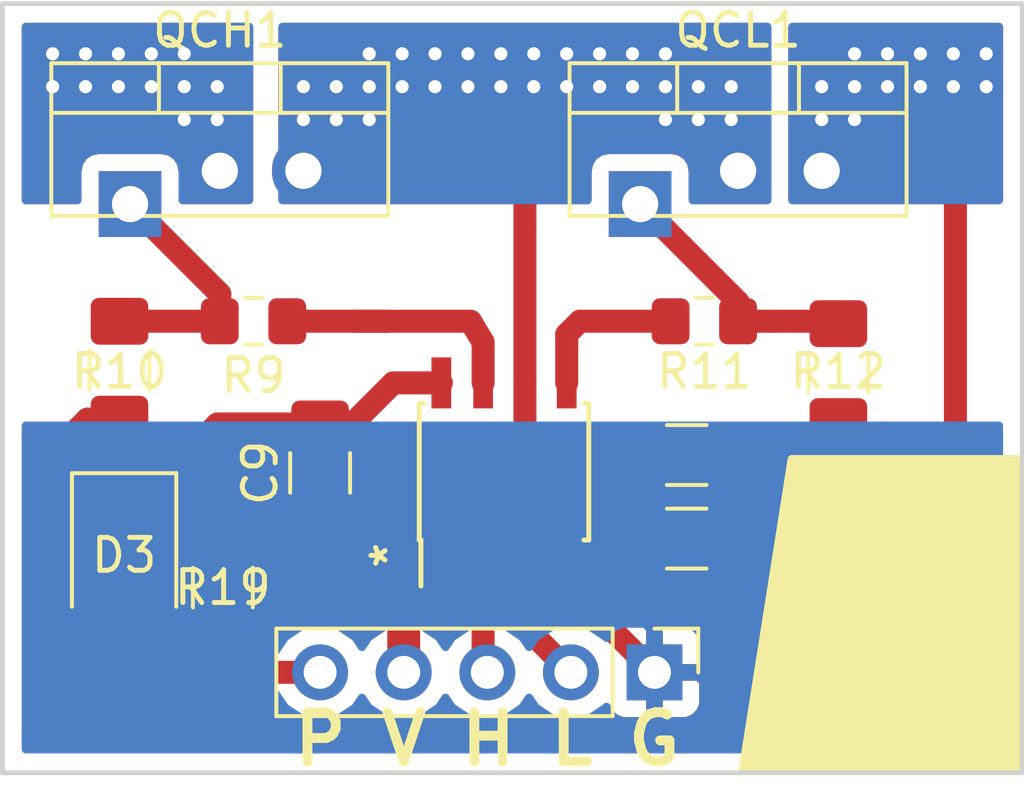
<source format=kicad_pcb>
(kicad_pcb (version 20171130) (host pcbnew "(5.0.1)-4")

  (general
    (thickness 1.6)
    (drawings 7)
    (tracks 119)
    (zones 0)
    (modules 13)
    (nets 13)
  )

  (page User 159.995 119.99)
  (layers
    (0 F.Cu signal)
    (31 B.Cu signal)
    (32 B.Adhes user)
    (33 F.Adhes user)
    (34 B.Paste user)
    (35 F.Paste user)
    (36 B.SilkS user)
    (37 F.SilkS user)
    (38 B.Mask user hide)
    (39 F.Mask user hide)
    (40 Dwgs.User user)
    (41 Cmts.User user)
    (42 Eco1.User user)
    (43 Eco2.User user)
    (44 Edge.Cuts user)
    (45 Margin user)
    (46 B.CrtYd user)
    (47 F.CrtYd user)
    (48 B.Fab user)
    (49 F.Fab user)
  )

  (setup
    (last_trace_width 0.7)
    (trace_clearance 0.2)
    (zone_clearance 0.508)
    (zone_45_only no)
    (trace_min 0.2)
    (segment_width 0.2)
    (edge_width 0.15)
    (via_size 0.8)
    (via_drill 0.4)
    (via_min_size 0.4)
    (via_min_drill 0.3)
    (uvia_size 0.3)
    (uvia_drill 0.1)
    (uvias_allowed no)
    (uvia_min_size 0.2)
    (uvia_min_drill 0.1)
    (pcb_text_width 0.3)
    (pcb_text_size 1.5 1.5)
    (mod_edge_width 0.15)
    (mod_text_size 1 1)
    (mod_text_width 0.15)
    (pad_size 1.905 2)
    (pad_drill 1.1)
    (pad_to_mask_clearance 0.051)
    (solder_mask_min_width 0.25)
    (aux_axis_origin 0 0)
    (visible_elements 7FFFFFFF)
    (pcbplotparams
      (layerselection 0x010fc_ffffffff)
      (usegerberextensions false)
      (usegerberattributes false)
      (usegerberadvancedattributes false)
      (creategerberjobfile false)
      (excludeedgelayer true)
      (linewidth 0.100000)
      (plotframeref false)
      (viasonmask false)
      (mode 1)
      (useauxorigin false)
      (hpglpennumber 1)
      (hpglpenspeed 20)
      (hpglpendiameter 15.000000)
      (psnegative false)
      (psa4output false)
      (plotreference true)
      (plotvalue true)
      (plotinvisibletext false)
      (padsonsilk false)
      (subtractmaskfromsilk false)
      (outputformat 1)
      (mirror false)
      (drillshape 1)
      (scaleselection 1)
      (outputdirectory ""))
  )

  (net 0 "")
  (net 1 GND)
  (net 2 +12V)
  (net 3 PHASE_C)
  (net 4 "Net-(C9-Pad2)")
  (net 5 VDD)
  (net 6 "Net-(R9-Pad1)")
  (net 7 "Net-(R11-Pad1)")
  (net 8 BEMF_C)
  (net 9 "Net-(QCL1-Pad1)")
  (net 10 "Net-(QCH1-Pad1)")
  (net 11 CL)
  (net 12 CH)

  (net_class Default "This is the default net class."
    (clearance 0.2)
    (trace_width 0.7)
    (via_dia 0.8)
    (via_drill 0.4)
    (uvia_dia 0.3)
    (uvia_drill 0.1)
    (add_net +12V)
    (add_net BEMF_C)
    (add_net CH)
    (add_net CL)
    (add_net GND)
    (add_net "Net-(C9-Pad2)")
    (add_net "Net-(QCH1-Pad1)")
    (add_net "Net-(QCL1-Pad1)")
    (add_net "Net-(R11-Pad1)")
    (add_net "Net-(R9-Pad1)")
    (add_net PHASE_C)
    (add_net VDD)
  )

  (module Package_SO:SOIC-8_3.9x4.9mm_P1.27mm (layer F.Cu) (tedit 5CC77D87) (tstamp 5CD23CF5)
    (at 34.544 32.512 90)
    (descr "8-Lead Plastic Small Outline (SN) - Narrow, 3.90 mm Body [SOIC] (see Microchip Packaging Specification http://ww1.microchip.com/downloads/en/PackagingSpec/00000049BQ.pdf)")
    (tags "SOIC 1.27")
    (path /5CC5DBC5)
    (attr smd)
    (fp_text reference * (at -2.54 -3.5 90) (layer F.SilkS)
      (effects (font (size 1 1) (thickness 0.15)))
    )
    (fp_text value IR2101 (at 0 3.5 90) (layer F.Fab)
      (effects (font (size 1 1) (thickness 0.15)))
    )
    (fp_line (start -2.075 -2.525) (end -3.475 -2.525) (layer F.SilkS) (width 0.15))
    (fp_line (start -2.075 2.575) (end 2.075 2.575) (layer F.SilkS) (width 0.15))
    (fp_line (start -2.075 -2.575) (end 2.075 -2.575) (layer F.SilkS) (width 0.15))
    (fp_line (start -2.075 2.575) (end -2.075 2.43) (layer F.SilkS) (width 0.15))
    (fp_line (start 2.075 2.575) (end 2.075 2.43) (layer F.SilkS) (width 0.15))
    (fp_line (start 2.075 -2.575) (end 2.075 -2.43) (layer F.SilkS) (width 0.15))
    (fp_line (start -2.075 -2.575) (end -2.075 -2.525) (layer F.SilkS) (width 0.15))
    (fp_line (start -3.73 2.7) (end 3.73 2.7) (layer F.CrtYd) (width 0.05))
    (fp_line (start -3.73 -2.7) (end 3.73 -2.7) (layer F.CrtYd) (width 0.05))
    (fp_line (start 3.73 -2.7) (end 3.73 2.7) (layer F.CrtYd) (width 0.05))
    (fp_line (start -3.73 -2.7) (end -3.73 2.7) (layer F.CrtYd) (width 0.05))
    (fp_line (start -1.95 -1.45) (end -0.95 -2.45) (layer F.Fab) (width 0.1))
    (fp_line (start -1.95 2.45) (end -1.95 -1.45) (layer F.Fab) (width 0.1))
    (fp_line (start 1.95 2.45) (end -1.95 2.45) (layer F.Fab) (width 0.1))
    (fp_line (start 1.95 -2.45) (end 1.95 2.45) (layer F.Fab) (width 0.1))
    (fp_line (start -0.95 -2.45) (end 1.95 -2.45) (layer F.Fab) (width 0.1))
    (fp_text user %R (at 0 0 90) (layer F.Fab)
      (effects (font (size 1 1) (thickness 0.15)))
    )
    (pad 8 smd rect (at 2.7 -1.905 90) (size 1.55 0.6) (layers F.Cu F.Paste F.Mask)
      (net 4 "Net-(C9-Pad2)"))
    (pad 7 smd rect (at 2.7 -0.635 90) (size 1.55 0.6) (layers F.Cu F.Paste F.Mask)
      (net 6 "Net-(R9-Pad1)"))
    (pad 6 smd rect (at 2.7 0.635 90) (size 1.55 0.6) (layers F.Cu F.Paste F.Mask)
      (net 3 PHASE_C))
    (pad 5 smd rect (at 2.7 1.905 90) (size 1.55 0.6) (layers F.Cu F.Paste F.Mask)
      (net 7 "Net-(R11-Pad1)"))
    (pad 4 smd rect (at -2.7 1.905 90) (size 1.55 0.6) (layers F.Cu F.Paste F.Mask)
      (net 1 GND))
    (pad 3 smd rect (at -2.7 0.635 90) (size 1.55 0.6) (layers F.Cu F.Paste F.Mask)
      (net 11 CL))
    (pad 2 smd rect (at -2.7 -0.635 90) (size 1.55 0.6) (layers F.Cu F.Paste F.Mask)
      (net 12 CH))
    (pad 1 smd rect (at -2.7 -1.905 90) (size 1.55 0.6) (layers F.Cu F.Paste F.Mask)
      (net 2 +12V))
    (model ${KISYS3DMOD}/Package_SO.3dshapes/SOIC-8_3.9x4.9mm_P1.27mm.wrl
      (at (xyz 0 0 0))
      (scale (xyz 1 1 1))
      (rotate (xyz 0 0 0))
    )
  )

  (module Resistor_SMD:R_0805_2012Metric_Pad1.15x1.40mm_HandSolder (layer F.Cu) (tedit 5B36C52B) (tstamp 5CD2311E)
    (at 40.631 27.94)
    (descr "Resistor SMD 0805 (2012 Metric), square (rectangular) end terminal, IPC_7351 nominal with elongated pad for handsoldering. (Body size source: https://docs.google.com/spreadsheets/d/1BsfQQcO9C6DZCsRaXUlFlo91Tg2WpOkGARC1WS5S8t0/edit?usp=sharing), generated with kicad-footprint-generator")
    (tags "resistor handsolder")
    (path /5CC5F1EB)
    (attr smd)
    (fp_text reference R11 (at 0.009 1.524) (layer F.SilkS)
      (effects (font (size 1 1) (thickness 0.15)))
    )
    (fp_text value 100R (at 0 1.65) (layer F.Fab)
      (effects (font (size 1 1) (thickness 0.15)))
    )
    (fp_line (start -1 0.6) (end -1 -0.6) (layer F.Fab) (width 0.1))
    (fp_line (start -1 -0.6) (end 1 -0.6) (layer F.Fab) (width 0.1))
    (fp_line (start 1 -0.6) (end 1 0.6) (layer F.Fab) (width 0.1))
    (fp_line (start 1 0.6) (end -1 0.6) (layer F.Fab) (width 0.1))
    (fp_line (start -0.261252 -0.71) (end 0.261252 -0.71) (layer F.SilkS) (width 0.12))
    (fp_line (start -0.261252 0.71) (end 0.261252 0.71) (layer F.SilkS) (width 0.12))
    (fp_line (start -1.85 0.95) (end -1.85 -0.95) (layer F.CrtYd) (width 0.05))
    (fp_line (start -1.85 -0.95) (end 1.85 -0.95) (layer F.CrtYd) (width 0.05))
    (fp_line (start 1.85 -0.95) (end 1.85 0.95) (layer F.CrtYd) (width 0.05))
    (fp_line (start 1.85 0.95) (end -1.85 0.95) (layer F.CrtYd) (width 0.05))
    (fp_text user %R (at 0 0) (layer F.Fab)
      (effects (font (size 0.5 0.5) (thickness 0.08)))
    )
    (pad 1 smd roundrect (at -1.025 0) (size 1.15 1.4) (layers F.Cu F.Paste F.Mask) (roundrect_rratio 0.217391)
      (net 7 "Net-(R11-Pad1)"))
    (pad 2 smd roundrect (at 1.025 0) (size 1.15 1.4) (layers F.Cu F.Paste F.Mask) (roundrect_rratio 0.217391)
      (net 9 "Net-(QCL1-Pad1)"))
    (model ${KISYS3DMOD}/Resistor_SMD.3dshapes/R_0805_2012Metric.wrl
      (at (xyz 0 0 0))
      (scale (xyz 1 1 1))
      (rotate (xyz 0 0 0))
    )
  )

  (module Capacitor_SMD:C_1206_3216Metric_Pad1.42x1.75mm_HandSolder (layer F.Cu) (tedit 5B301BBE) (tstamp 5CD22EFC)
    (at 28.956 32.5485 90)
    (descr "Capacitor SMD 1206 (3216 Metric), square (rectangular) end terminal, IPC_7351 nominal with elongated pad for handsoldering. (Body size source: http://www.tortai-tech.com/upload/download/2011102023233369053.pdf), generated with kicad-footprint-generator")
    (tags "capacitor handsolder")
    (path /5CC5DC02)
    (attr smd)
    (fp_text reference C9 (at 0 -1.82 90) (layer F.SilkS)
      (effects (font (size 1 1) (thickness 0.15)))
    )
    (fp_text value C (at 0 1.82 90) (layer F.Fab)
      (effects (font (size 1 1) (thickness 0.15)))
    )
    (fp_line (start -1.6 0.8) (end -1.6 -0.8) (layer F.Fab) (width 0.1))
    (fp_line (start -1.6 -0.8) (end 1.6 -0.8) (layer F.Fab) (width 0.1))
    (fp_line (start 1.6 -0.8) (end 1.6 0.8) (layer F.Fab) (width 0.1))
    (fp_line (start 1.6 0.8) (end -1.6 0.8) (layer F.Fab) (width 0.1))
    (fp_line (start -0.602064 -0.91) (end 0.602064 -0.91) (layer F.SilkS) (width 0.12))
    (fp_line (start -0.602064 0.91) (end 0.602064 0.91) (layer F.SilkS) (width 0.12))
    (fp_line (start -2.45 1.12) (end -2.45 -1.12) (layer F.CrtYd) (width 0.05))
    (fp_line (start -2.45 -1.12) (end 2.45 -1.12) (layer F.CrtYd) (width 0.05))
    (fp_line (start 2.45 -1.12) (end 2.45 1.12) (layer F.CrtYd) (width 0.05))
    (fp_line (start 2.45 1.12) (end -2.45 1.12) (layer F.CrtYd) (width 0.05))
    (fp_text user %R (at 0 0 90) (layer F.Fab)
      (effects (font (size 0.8 0.8) (thickness 0.12)))
    )
    (pad 1 smd roundrect (at -1.4875 0 90) (size 1.425 1.75) (layers F.Cu F.Paste F.Mask) (roundrect_rratio 0.175439)
      (net 3 PHASE_C))
    (pad 2 smd roundrect (at 1.4875 0 90) (size 1.425 1.75) (layers F.Cu F.Paste F.Mask) (roundrect_rratio 0.175439)
      (net 4 "Net-(C9-Pad2)"))
    (model ${KISYS3DMOD}/Capacitor_SMD.3dshapes/C_1206_3216Metric.wrl
      (at (xyz 0 0 0))
      (scale (xyz 1 1 1))
      (rotate (xyz 0 0 0))
    )
  )

  (module Capacitor_SMD:C_1206_3216Metric_Pad1.42x1.75mm_HandSolder (layer F.Cu) (tedit 5CC77DAC) (tstamp 5CDED575)
    (at 40.0955 34.544)
    (descr "Capacitor SMD 1206 (3216 Metric), square (rectangular) end terminal, IPC_7351 nominal with elongated pad for handsoldering. (Body size source: http://www.tortai-tech.com/upload/download/2011102023233369053.pdf), generated with kicad-footprint-generator")
    (tags "capacitor handsolder")
    (path /5CC5F190)
    (attr smd)
    (fp_text reference C6 (at 0 -4.064) (layer F.SilkS) hide
      (effects (font (size 1 1) (thickness 0.15)))
    )
    (fp_text value C (at 0 1.82) (layer F.Fab)
      (effects (font (size 1 1) (thickness 0.15)))
    )
    (fp_line (start -1.6 0.8) (end -1.6 -0.8) (layer F.Fab) (width 0.1))
    (fp_line (start -1.6 -0.8) (end 1.6 -0.8) (layer F.Fab) (width 0.1))
    (fp_line (start 1.6 -0.8) (end 1.6 0.8) (layer F.Fab) (width 0.1))
    (fp_line (start 1.6 0.8) (end -1.6 0.8) (layer F.Fab) (width 0.1))
    (fp_line (start -0.602064 -0.91) (end 0.602064 -0.91) (layer F.SilkS) (width 0.12))
    (fp_line (start -0.602064 0.91) (end 0.602064 0.91) (layer F.SilkS) (width 0.12))
    (fp_line (start -2.45 1.12) (end -2.45 -1.12) (layer F.CrtYd) (width 0.05))
    (fp_line (start -2.45 -1.12) (end 2.45 -1.12) (layer F.CrtYd) (width 0.05))
    (fp_line (start 2.45 -1.12) (end 2.45 1.12) (layer F.CrtYd) (width 0.05))
    (fp_line (start 2.45 1.12) (end -2.45 1.12) (layer F.CrtYd) (width 0.05))
    (fp_text user %R (at 0 0) (layer F.Fab)
      (effects (font (size 0.8 0.8) (thickness 0.12)))
    )
    (pad 1 smd roundrect (at -1.4875 0) (size 1.425 1.75) (layers F.Cu F.Paste F.Mask) (roundrect_rratio 0.175439)
      (net 2 +12V))
    (pad 2 smd roundrect (at 1.4875 0) (size 1.425 1.75) (layers F.Cu F.Paste F.Mask) (roundrect_rratio 0.175439)
      (net 1 GND))
    (model ${KISYS3DMOD}/Capacitor_SMD.3dshapes/C_1206_3216Metric.wrl
      (at (xyz 0 0 0))
      (scale (xyz 1 1 1))
      (rotate (xyz 0 0 0))
    )
  )

  (module Capacitor_SMD:C_1206_3216Metric_Pad1.42x1.75mm_HandSolder (layer F.Cu) (tedit 5CC77DA6) (tstamp 5CD25C9F)
    (at 40.0955 32.004 180)
    (descr "Capacitor SMD 1206 (3216 Metric), square (rectangular) end terminal, IPC_7351 nominal with elongated pad for handsoldering. (Body size source: http://www.tortai-tech.com/upload/download/2011102023233369053.pdf), generated with kicad-footprint-generator")
    (tags "capacitor handsolder")
    (path /5CC5DBE6)
    (attr smd)
    (fp_text reference C7 (at -0.0365 -1.524 180) (layer F.SilkS) hide
      (effects (font (size 1 1) (thickness 0.15)))
    )
    (fp_text value C (at 0 1.82 180) (layer F.Fab)
      (effects (font (size 1 1) (thickness 0.15)))
    )
    (fp_text user %R (at 0 0 180) (layer F.Fab)
      (effects (font (size 0.8 0.8) (thickness 0.12)))
    )
    (fp_line (start 2.45 1.12) (end -2.45 1.12) (layer F.CrtYd) (width 0.05))
    (fp_line (start 2.45 -1.12) (end 2.45 1.12) (layer F.CrtYd) (width 0.05))
    (fp_line (start -2.45 -1.12) (end 2.45 -1.12) (layer F.CrtYd) (width 0.05))
    (fp_line (start -2.45 1.12) (end -2.45 -1.12) (layer F.CrtYd) (width 0.05))
    (fp_line (start -0.602064 0.91) (end 0.602064 0.91) (layer F.SilkS) (width 0.12))
    (fp_line (start -0.602064 -0.91) (end 0.602064 -0.91) (layer F.SilkS) (width 0.12))
    (fp_line (start 1.6 0.8) (end -1.6 0.8) (layer F.Fab) (width 0.1))
    (fp_line (start 1.6 -0.8) (end 1.6 0.8) (layer F.Fab) (width 0.1))
    (fp_line (start -1.6 -0.8) (end 1.6 -0.8) (layer F.Fab) (width 0.1))
    (fp_line (start -1.6 0.8) (end -1.6 -0.8) (layer F.Fab) (width 0.1))
    (pad 2 smd roundrect (at 1.4875 0 180) (size 1.425 1.75) (layers F.Cu F.Paste F.Mask) (roundrect_rratio 0.175439)
      (net 2 +12V))
    (pad 1 smd roundrect (at -1.4875 0 180) (size 1.425 1.75) (layers F.Cu F.Paste F.Mask) (roundrect_rratio 0.175439)
      (net 1 GND))
    (model ${KISYS3DMOD}/Capacitor_SMD.3dshapes/C_1206_3216Metric.wrl
      (at (xyz 0 0 0))
      (scale (xyz 1 1 1))
      (rotate (xyz 0 0 0))
    )
  )

  (module Diode_SMD:D_1210_3225Metric_Pad1.42x2.65mm_HandSolder (layer F.Cu) (tedit 5CC74A27) (tstamp 5CD259EF)
    (at 23 35.0155 270)
    (descr "Diode SMD 1210 (3225 Metric), square (rectangular) end terminal, IPC_7351 nominal, (Body size source: http://www.tortai-tech.com/upload/download/2011102023233369053.pdf), generated with kicad-footprint-generator")
    (tags "diode handsolder")
    (path /5CC5DBF6)
    (attr smd)
    (fp_text reference D3 (at 0.0365 0) (layer F.SilkS)
      (effects (font (size 1 1) (thickness 0.15)))
    )
    (fp_text value D (at 0 2.28 270) (layer F.Fab)
      (effects (font (size 1 1) (thickness 0.15)))
    )
    (fp_line (start 1.6 -1.25) (end -0.975 -1.25) (layer F.Fab) (width 0.1))
    (fp_line (start -0.975 -1.25) (end -1.6 -0.625) (layer F.Fab) (width 0.1))
    (fp_line (start -1.6 -0.625) (end -1.6 1.25) (layer F.Fab) (width 0.1))
    (fp_line (start -1.6 1.25) (end 1.6 1.25) (layer F.Fab) (width 0.1))
    (fp_line (start 1.6 1.25) (end 1.6 -1.25) (layer F.Fab) (width 0.1))
    (fp_line (start 1.6 -1.585) (end -2.46 -1.585) (layer F.SilkS) (width 0.12))
    (fp_line (start -2.46 -1.585) (end -2.46 1.585) (layer F.SilkS) (width 0.12))
    (fp_line (start -2.46 1.585) (end 1.6 1.585) (layer F.SilkS) (width 0.12))
    (fp_line (start -2.45 1.58) (end -2.45 -1.58) (layer F.CrtYd) (width 0.05))
    (fp_line (start -2.45 -1.58) (end 2.45 -1.58) (layer F.CrtYd) (width 0.05))
    (fp_line (start 2.45 -1.58) (end 2.45 1.58) (layer F.CrtYd) (width 0.05))
    (fp_line (start 2.45 1.58) (end -2.45 1.58) (layer F.CrtYd) (width 0.05))
    (fp_text user %R (at 0 0 270) (layer F.Fab)
      (effects (font (size 0.8 0.8) (thickness 0.12)))
    )
    (pad 1 smd roundrect (at -1.4875 0 270) (size 1.425 2.65) (layers F.Cu F.Paste F.Mask) (roundrect_rratio 0.175439)
      (net 4 "Net-(C9-Pad2)"))
    (pad 2 smd roundrect (at 1.4875 0 270) (size 1.425 2.65) (layers F.Cu F.Paste F.Mask) (roundrect_rratio 0.175439)
      (net 2 +12V))
    (model ${KISYS3DMOD}/Diode_SMD.3dshapes/D_1210_3225Metric.wrl
      (at (xyz 0 0 0))
      (scale (xyz 1 1 1))
      (rotate (xyz 0 0 0))
    )
  )

  (module Package_TO_SOT_THT:TO-220-3_Vertical (layer F.Cu) (tedit 5CC77B10) (tstamp 5CD23049)
    (at 23.368 23.368)
    (descr "TO-220-3, Vertical, RM 2.54mm, see https://www.vishay.com/docs/66542/to-220-1.pdf")
    (tags "TO-220-3 Vertical RM 2.54mm")
    (path /5CC5F1C5)
    (fp_text reference QCH1 (at 2.54 -4.27) (layer F.SilkS)
      (effects (font (size 1 1) (thickness 0.15)))
    )
    (fp_text value IRF3205 (at 2.54 2.5) (layer F.Fab) hide
      (effects (font (size 1 1) (thickness 0.15)))
    )
    (fp_text user %R (at 2.54 -4.27) (layer F.Fab)
      (effects (font (size 1 1) (thickness 0.15)))
    )
    (fp_line (start 7.79 -3.4) (end -2.71 -3.4) (layer F.CrtYd) (width 0.05))
    (fp_line (start 7.79 1.51) (end 7.79 -3.4) (layer F.CrtYd) (width 0.05))
    (fp_line (start -2.71 1.51) (end 7.79 1.51) (layer F.CrtYd) (width 0.05))
    (fp_line (start -2.71 -3.4) (end -2.71 1.51) (layer F.CrtYd) (width 0.05))
    (fp_line (start 4.391 -3.27) (end 4.391 -1.76) (layer F.SilkS) (width 0.12))
    (fp_line (start 0.69 -3.27) (end 0.69 -1.76) (layer F.SilkS) (width 0.12))
    (fp_line (start -2.58 -1.76) (end 7.66 -1.76) (layer F.SilkS) (width 0.12))
    (fp_line (start 7.66 -3.27) (end 7.66 1.371) (layer F.SilkS) (width 0.12))
    (fp_line (start -2.58 -3.27) (end -2.58 1.371) (layer F.SilkS) (width 0.12))
    (fp_line (start -2.58 1.371) (end 7.66 1.371) (layer F.SilkS) (width 0.12))
    (fp_line (start -2.58 -3.27) (end 7.66 -3.27) (layer F.SilkS) (width 0.12))
    (fp_line (start 4.39 -3.15) (end 4.39 -1.88) (layer F.Fab) (width 0.1))
    (fp_line (start 0.69 -3.15) (end 0.69 -1.88) (layer F.Fab) (width 0.1))
    (fp_line (start -2.46 -1.88) (end 7.54 -1.88) (layer F.Fab) (width 0.1))
    (fp_line (start 7.54 -3.15) (end -2.46 -3.15) (layer F.Fab) (width 0.1))
    (fp_line (start 7.54 1.25) (end 7.54 -3.15) (layer F.Fab) (width 0.1))
    (fp_line (start -2.46 1.25) (end 7.54 1.25) (layer F.Fab) (width 0.1))
    (fp_line (start -2.46 -3.15) (end -2.46 1.25) (layer F.Fab) (width 0.1))
    (pad 3 thru_hole oval (at 5.08 0) (size 1.905 2) (drill 1.1) (layers *.Cu *.Mask)
      (net 3 PHASE_C))
    (pad 2 thru_hole oval (at 2.54 0) (size 1.905 2) (drill 1.1) (layers *.Cu *.Mask)
      (net 5 VDD))
    (pad 1 thru_hole rect (at -0.188 1.012) (size 1.905 2) (drill 1.1) (layers *.Cu *.Mask)
      (net 10 "Net-(QCH1-Pad1)"))
    (model ${KISYS3DMOD}/Package_TO_SOT_THT.3dshapes/TO-220-3_Vertical.wrl
      (at (xyz 0 0 0))
      (scale (xyz 1 1 1))
      (rotate (xyz 0 0 0))
    )
  )

  (module Package_TO_SOT_THT:TO-220-3_Vertical (layer F.Cu) (tedit 5CC77B1D) (tstamp 5CD23063)
    (at 39.116 23.368)
    (descr "TO-220-3, Vertical, RM 2.54mm, see https://www.vishay.com/docs/66542/to-220-1.pdf")
    (tags "TO-220-3 Vertical RM 2.54mm")
    (path /5CC5DC1B)
    (fp_text reference QCL1 (at 2.54 -4.27) (layer F.SilkS)
      (effects (font (size 1 1) (thickness 0.15)))
    )
    (fp_text value IRF3205 (at 2.54 2.5) (layer F.Fab) hide
      (effects (font (size 1 1) (thickness 0.15)))
    )
    (fp_text user %R (at 2.54 -4.27) (layer F.Fab)
      (effects (font (size 1 1) (thickness 0.15)))
    )
    (fp_line (start 7.79 -3.4) (end -2.71 -3.4) (layer F.CrtYd) (width 0.05))
    (fp_line (start 7.79 1.51) (end 7.79 -3.4) (layer F.CrtYd) (width 0.05))
    (fp_line (start -2.71 1.51) (end 7.79 1.51) (layer F.CrtYd) (width 0.05))
    (fp_line (start -2.71 -3.4) (end -2.71 1.51) (layer F.CrtYd) (width 0.05))
    (fp_line (start 4.391 -3.27) (end 4.391 -1.76) (layer F.SilkS) (width 0.12))
    (fp_line (start 0.69 -3.27) (end 0.69 -1.76) (layer F.SilkS) (width 0.12))
    (fp_line (start -2.58 -1.76) (end 7.66 -1.76) (layer F.SilkS) (width 0.12))
    (fp_line (start 7.66 -3.27) (end 7.66 1.371) (layer F.SilkS) (width 0.12))
    (fp_line (start -2.58 -3.27) (end -2.58 1.371) (layer F.SilkS) (width 0.12))
    (fp_line (start -2.58 1.371) (end 7.66 1.371) (layer F.SilkS) (width 0.12))
    (fp_line (start -2.58 -3.27) (end 7.66 -3.27) (layer F.SilkS) (width 0.12))
    (fp_line (start 4.39 -3.15) (end 4.39 -1.88) (layer F.Fab) (width 0.1))
    (fp_line (start 0.69 -3.15) (end 0.69 -1.88) (layer F.Fab) (width 0.1))
    (fp_line (start -2.46 -1.88) (end 7.54 -1.88) (layer F.Fab) (width 0.1))
    (fp_line (start 7.54 -3.15) (end -2.46 -3.15) (layer F.Fab) (width 0.1))
    (fp_line (start 7.54 1.25) (end 7.54 -3.15) (layer F.Fab) (width 0.1))
    (fp_line (start -2.46 1.25) (end 7.54 1.25) (layer F.Fab) (width 0.1))
    (fp_line (start -2.46 -3.15) (end -2.46 1.25) (layer F.Fab) (width 0.1))
    (pad 3 thru_hole oval (at 5.08 0) (size 1.905 2) (drill 1.1) (layers *.Cu *.Mask)
      (net 1 GND))
    (pad 2 thru_hole oval (at 2.54 0) (size 1.905 2) (drill 1.1) (layers *.Cu *.Mask)
      (net 3 PHASE_C))
    (pad 1 thru_hole rect (at -0.436 1.012) (size 1.905 2) (drill 1.1) (layers *.Cu *.Mask)
      (net 9 "Net-(QCL1-Pad1)"))
    (model ${KISYS3DMOD}/Package_TO_SOT_THT.3dshapes/TO-220-3_Vertical.wrl
      (at (xyz 0 0 0))
      (scale (xyz 1 1 1))
      (rotate (xyz 0 0 0))
    )
  )

  (module Resistor_SMD:R_0805_2012Metric_Pad1.15x1.40mm_HandSolder (layer F.Cu) (tedit 5CC77B18) (tstamp 5CD230FC)
    (at 26.933 27.94 180)
    (descr "Resistor SMD 0805 (2012 Metric), square (rectangular) end terminal, IPC_7351 nominal with elongated pad for handsoldering. (Body size source: https://docs.google.com/spreadsheets/d/1BsfQQcO9C6DZCsRaXUlFlo91Tg2WpOkGARC1WS5S8t0/edit?usp=sharing), generated with kicad-footprint-generator")
    (tags "resistor handsolder")
    (path /5CC5F1F2)
    (attr smd)
    (fp_text reference R9 (at 0 -1.65 180) (layer F.SilkS)
      (effects (font (size 1 1) (thickness 0.15)))
    )
    (fp_text value 100R (at 0 1.65 180) (layer F.Fab) hide
      (effects (font (size 1 1) (thickness 0.15)))
    )
    (fp_text user %R (at 0 0 180) (layer F.Fab)
      (effects (font (size 0.5 0.5) (thickness 0.08)))
    )
    (fp_line (start 1.85 0.95) (end -1.85 0.95) (layer F.CrtYd) (width 0.05))
    (fp_line (start 1.85 -0.95) (end 1.85 0.95) (layer F.CrtYd) (width 0.05))
    (fp_line (start -1.85 -0.95) (end 1.85 -0.95) (layer F.CrtYd) (width 0.05))
    (fp_line (start -1.85 0.95) (end -1.85 -0.95) (layer F.CrtYd) (width 0.05))
    (fp_line (start -0.261252 0.71) (end 0.261252 0.71) (layer F.SilkS) (width 0.12))
    (fp_line (start -0.261252 -0.71) (end 0.261252 -0.71) (layer F.SilkS) (width 0.12))
    (fp_line (start 1 0.6) (end -1 0.6) (layer F.Fab) (width 0.1))
    (fp_line (start 1 -0.6) (end 1 0.6) (layer F.Fab) (width 0.1))
    (fp_line (start -1 -0.6) (end 1 -0.6) (layer F.Fab) (width 0.1))
    (fp_line (start -1 0.6) (end -1 -0.6) (layer F.Fab) (width 0.1))
    (pad 2 smd roundrect (at 1.025 0 180) (size 1.15 1.4) (layers F.Cu F.Paste F.Mask) (roundrect_rratio 0.217391)
      (net 10 "Net-(QCH1-Pad1)"))
    (pad 1 smd roundrect (at -1.025 0 180) (size 1.15 1.4) (layers F.Cu F.Paste F.Mask) (roundrect_rratio 0.217391)
      (net 6 "Net-(R9-Pad1)"))
    (model ${KISYS3DMOD}/Resistor_SMD.3dshapes/R_0805_2012Metric.wrl
      (at (xyz 0 0 0))
      (scale (xyz 1 1 1))
      (rotate (xyz 0 0 0))
    )
  )

  (module Resistor_SMD:R_1206_3216Metric_Pad1.42x1.75mm_HandSolder (layer F.Cu) (tedit 5CC77B09) (tstamp 5CDEC327)
    (at 22.86 29.4275 270)
    (descr "Resistor SMD 1206 (3216 Metric), square (rectangular) end terminal, IPC_7351 nominal with elongated pad for handsoldering. (Body size source: http://www.tortai-tech.com/upload/download/2011102023233369053.pdf), generated with kicad-footprint-generator")
    (tags "resistor handsolder")
    (path /5CC5DC48)
    (attr smd)
    (fp_text reference R10 (at 0.0365 0) (layer F.SilkS)
      (effects (font (size 1 1) (thickness 0.15)))
    )
    (fp_text value 1200R (at 0 1.82 270) (layer F.Fab) hide
      (effects (font (size 1 1) (thickness 0.15)))
    )
    (fp_text user %R (at 0 0 270) (layer F.Fab)
      (effects (font (size 0.8 0.8) (thickness 0.12)))
    )
    (fp_line (start 2.45 1.12) (end -2.45 1.12) (layer F.CrtYd) (width 0.05))
    (fp_line (start 2.45 -1.12) (end 2.45 1.12) (layer F.CrtYd) (width 0.05))
    (fp_line (start -2.45 -1.12) (end 2.45 -1.12) (layer F.CrtYd) (width 0.05))
    (fp_line (start -2.45 1.12) (end -2.45 -1.12) (layer F.CrtYd) (width 0.05))
    (fp_line (start -0.602064 0.91) (end 0.602064 0.91) (layer F.SilkS) (width 0.12))
    (fp_line (start -0.602064 -0.91) (end 0.602064 -0.91) (layer F.SilkS) (width 0.12))
    (fp_line (start 1.6 0.8) (end -1.6 0.8) (layer F.Fab) (width 0.1))
    (fp_line (start 1.6 -0.8) (end 1.6 0.8) (layer F.Fab) (width 0.1))
    (fp_line (start -1.6 -0.8) (end 1.6 -0.8) (layer F.Fab) (width 0.1))
    (fp_line (start -1.6 0.8) (end -1.6 -0.8) (layer F.Fab) (width 0.1))
    (pad 2 smd roundrect (at 1.4875 0 270) (size 1.425 1.75) (layers F.Cu F.Paste F.Mask) (roundrect_rratio 0.175439)
      (net 1 GND))
    (pad 1 smd roundrect (at -1.4875 0 270) (size 1.425 1.75) (layers F.Cu F.Paste F.Mask) (roundrect_rratio 0.175439)
      (net 10 "Net-(QCH1-Pad1)"))
    (model ${KISYS3DMOD}/Resistor_SMD.3dshapes/R_1206_3216Metric.wrl
      (at (xyz 0 0 0))
      (scale (xyz 1 1 1))
      (rotate (xyz 0 0 0))
    )
  )

  (module Resistor_SMD:R_1206_3216Metric_Pad1.42x1.75mm_HandSolder (layer F.Cu) (tedit 5CC77B23) (tstamp 5CDEC337)
    (at 44.704 29.5005 90)
    (descr "Resistor SMD 1206 (3216 Metric), square (rectangular) end terminal, IPC_7351 nominal with elongated pad for handsoldering. (Body size source: http://www.tortai-tech.com/upload/download/2011102023233369053.pdf), generated with kicad-footprint-generator")
    (tags "resistor handsolder")
    (path /5CC5DC41)
    (attr smd)
    (fp_text reference R12 (at 0.0365 0 180) (layer F.SilkS)
      (effects (font (size 1 1) (thickness 0.15)))
    )
    (fp_text value 1200R (at 0 1.82 90) (layer F.Fab) hide
      (effects (font (size 1 1) (thickness 0.15)))
    )
    (fp_line (start -1.6 0.8) (end -1.6 -0.8) (layer F.Fab) (width 0.1))
    (fp_line (start -1.6 -0.8) (end 1.6 -0.8) (layer F.Fab) (width 0.1))
    (fp_line (start 1.6 -0.8) (end 1.6 0.8) (layer F.Fab) (width 0.1))
    (fp_line (start 1.6 0.8) (end -1.6 0.8) (layer F.Fab) (width 0.1))
    (fp_line (start -0.602064 -0.91) (end 0.602064 -0.91) (layer F.SilkS) (width 0.12))
    (fp_line (start -0.602064 0.91) (end 0.602064 0.91) (layer F.SilkS) (width 0.12))
    (fp_line (start -2.45 1.12) (end -2.45 -1.12) (layer F.CrtYd) (width 0.05))
    (fp_line (start -2.45 -1.12) (end 2.45 -1.12) (layer F.CrtYd) (width 0.05))
    (fp_line (start 2.45 -1.12) (end 2.45 1.12) (layer F.CrtYd) (width 0.05))
    (fp_line (start 2.45 1.12) (end -2.45 1.12) (layer F.CrtYd) (width 0.05))
    (fp_text user %R (at 0 0 90) (layer F.Fab)
      (effects (font (size 0.8 0.8) (thickness 0.12)))
    )
    (pad 1 smd roundrect (at -1.4875 0 90) (size 1.425 1.75) (layers F.Cu F.Paste F.Mask) (roundrect_rratio 0.175439)
      (net 1 GND))
    (pad 2 smd roundrect (at 1.4875 0 90) (size 1.425 1.75) (layers F.Cu F.Paste F.Mask) (roundrect_rratio 0.175439)
      (net 9 "Net-(QCL1-Pad1)"))
    (model ${KISYS3DMOD}/Resistor_SMD.3dshapes/R_1206_3216Metric.wrl
      (at (xyz 0 0 0))
      (scale (xyz 1 1 1))
      (rotate (xyz 0 0 0))
    )
  )

  (module Resistor_SMD:R_1206_3216Metric_Pad1.42x1.75mm_HandSolder (layer F.Cu) (tedit 5B301BBD) (tstamp 5CD41C3E)
    (at 26 36.0315 90)
    (descr "Resistor SMD 1206 (3216 Metric), square (rectangular) end terminal, IPC_7351 nominal with elongated pad for handsoldering. (Body size source: http://www.tortai-tech.com/upload/download/2011102023233369053.pdf), generated with kicad-footprint-generator")
    (tags "resistor handsolder")
    (path /5CCBFD2F)
    (attr smd)
    (fp_text reference R19 (at 0 0 180) (layer F.SilkS)
      (effects (font (size 1 1) (thickness 0.15)))
    )
    (fp_text value 100K (at 0 1.82 90) (layer F.Fab)
      (effects (font (size 1 1) (thickness 0.15)))
    )
    (fp_line (start -1.6 0.8) (end -1.6 -0.8) (layer F.Fab) (width 0.1))
    (fp_line (start -1.6 -0.8) (end 1.6 -0.8) (layer F.Fab) (width 0.1))
    (fp_line (start 1.6 -0.8) (end 1.6 0.8) (layer F.Fab) (width 0.1))
    (fp_line (start 1.6 0.8) (end -1.6 0.8) (layer F.Fab) (width 0.1))
    (fp_line (start -0.602064 -0.91) (end 0.602064 -0.91) (layer F.SilkS) (width 0.12))
    (fp_line (start -0.602064 0.91) (end 0.602064 0.91) (layer F.SilkS) (width 0.12))
    (fp_line (start -2.45 1.12) (end -2.45 -1.12) (layer F.CrtYd) (width 0.05))
    (fp_line (start -2.45 -1.12) (end 2.45 -1.12) (layer F.CrtYd) (width 0.05))
    (fp_line (start 2.45 -1.12) (end 2.45 1.12) (layer F.CrtYd) (width 0.05))
    (fp_line (start 2.45 1.12) (end -2.45 1.12) (layer F.CrtYd) (width 0.05))
    (fp_text user %R (at 0 0 90) (layer F.Fab)
      (effects (font (size 0.8 0.8) (thickness 0.12)))
    )
    (pad 1 smd roundrect (at -1.4875 0 90) (size 1.425 1.75) (layers F.Cu F.Paste F.Mask) (roundrect_rratio 0.175439)
      (net 8 BEMF_C))
    (pad 2 smd roundrect (at 1.4875 0 90) (size 1.425 1.75) (layers F.Cu F.Paste F.Mask) (roundrect_rratio 0.175439)
      (net 3 PHASE_C))
    (model ${KISYS3DMOD}/Resistor_SMD.3dshapes/R_1206_3216Metric.wrl
      (at (xyz 0 0 0))
      (scale (xyz 1 1 1))
      (rotate (xyz 0 0 0))
    )
  )

  (module Connector_PinHeader_2.54mm:PinHeader_1x05_P2.54mm_Vertical (layer F.Cu) (tedit 5CC77E6C) (tstamp 5CD42128)
    (at 39.116 38.608 270)
    (descr "Through hole straight pin header, 1x05, 2.54mm pitch, single row")
    (tags "Through hole pin header THT 1x05 2.54mm single row")
    (path /5CC80837)
    (fp_text reference J3 (at 0 -2.33 270) (layer F.SilkS) hide
      (effects (font (size 1 1) (thickness 0.15)))
    )
    (fp_text value PWR (at 0 12.49 270) (layer F.Fab)
      (effects (font (size 1 1) (thickness 0.15)))
    )
    (fp_line (start -0.635 -1.27) (end 1.27 -1.27) (layer F.Fab) (width 0.1))
    (fp_line (start 1.27 -1.27) (end 1.27 11.43) (layer F.Fab) (width 0.1))
    (fp_line (start 1.27 11.43) (end -1.27 11.43) (layer F.Fab) (width 0.1))
    (fp_line (start -1.27 11.43) (end -1.27 -0.635) (layer F.Fab) (width 0.1))
    (fp_line (start -1.27 -0.635) (end -0.635 -1.27) (layer F.Fab) (width 0.1))
    (fp_line (start -1.33 11.49) (end 1.33 11.49) (layer F.SilkS) (width 0.12))
    (fp_line (start -1.33 1.27) (end -1.33 11.49) (layer F.SilkS) (width 0.12))
    (fp_line (start 1.33 1.27) (end 1.33 11.49) (layer F.SilkS) (width 0.12))
    (fp_line (start -1.33 1.27) (end 1.33 1.27) (layer F.SilkS) (width 0.12))
    (fp_line (start -1.33 0) (end -1.33 -1.33) (layer F.SilkS) (width 0.12))
    (fp_line (start -1.33 -1.33) (end 0 -1.33) (layer F.SilkS) (width 0.12))
    (fp_line (start -1.8 -1.8) (end -1.8 11.95) (layer F.CrtYd) (width 0.05))
    (fp_line (start -1.8 11.95) (end 1.8 11.95) (layer F.CrtYd) (width 0.05))
    (fp_line (start 1.8 11.95) (end 1.8 -1.8) (layer F.CrtYd) (width 0.05))
    (fp_line (start 1.8 -1.8) (end -1.8 -1.8) (layer F.CrtYd) (width 0.05))
    (fp_text user %R (at 0 5.08) (layer F.Fab)
      (effects (font (size 1 1) (thickness 0.15)))
    )
    (pad 1 thru_hole rect (at 0 0 270) (size 1.7 1.7) (drill 1) (layers *.Cu *.Mask)
      (net 1 GND))
    (pad 2 thru_hole oval (at 0 2.54 270) (size 1.7 1.7) (drill 1) (layers *.Cu *.Mask)
      (net 11 CL))
    (pad 3 thru_hole oval (at 0 5.08 270) (size 1.7 1.7) (drill 1) (layers *.Cu *.Mask)
      (net 12 CH))
    (pad 4 thru_hole oval (at 0 7.62 270) (size 1.7 1.7) (drill 1) (layers *.Cu *.Mask)
      (net 2 +12V))
    (pad 5 thru_hole oval (at 0 10.16 270) (size 1.7 1.7) (drill 1) (layers *.Cu *.Mask)
      (net 8 BEMF_C))
    (model ${KISYS3DMOD}/Connector_PinHeader_2.54mm.3dshapes/PinHeader_1x05_P2.54mm_Vertical.wrl
      (at (xyz 0 0 0))
      (scale (xyz 1 1 1))
      (rotate (xyz 0 0 0))
    )
  )

  (gr_text "P V H L G" (at 34.036 40.64) (layer F.SilkS)
    (effects (font (size 1.5 1.5) (thickness 0.3)))
  )
  (gr_line (start 19.304 41.656) (end 19.304 40.64) (layer Edge.Cuts) (width 0.15))
  (gr_line (start 50.292 41.656) (end 50.292 40.64) (layer Edge.Cuts) (width 0.15))
  (gr_line (start 50.292 18.288) (end 19.304 18.288) (layer Edge.Cuts) (width 0.15))
  (gr_line (start 50.292 40.64) (end 50.292 18.288) (layer Edge.Cuts) (width 0.15))
  (gr_line (start 19.304 41.656) (end 50.292 41.656) (layer Edge.Cuts) (width 0.15))
  (gr_line (start 19.304 18.288) (end 19.304 40.64) (layer Edge.Cuts) (width 0.15))

  (via (at 20.828 19.812) (size 0.8) (drill 0.4) (layers F.Cu B.Cu) (net 5))
  (via (at 21.828 19.812) (size 0.8) (drill 0.4) (layers F.Cu B.Cu) (net 5) (tstamp 5CD43268))
  (via (at 22.828 19.812) (size 0.8) (drill 0.4) (layers F.Cu B.Cu) (net 5) (tstamp 5CD43269))
  (via (at 23.828 19.812) (size 0.8) (drill 0.4) (layers F.Cu B.Cu) (net 5) (tstamp 5CD4326A))
  (via (at 24.828 19.812) (size 0.8) (drill 0.4) (layers F.Cu B.Cu) (net 5) (tstamp 5CD4326B))
  (via (at 20.828 20.812) (size 0.8) (drill 0.4) (layers F.Cu B.Cu) (net 5) (tstamp 5CD4326D))
  (via (at 21.828 20.812) (size 0.8) (drill 0.4) (layers F.Cu B.Cu) (net 5) (tstamp 5CD4326E))
  (via (at 22.828 20.812) (size 0.8) (drill 0.4) (layers F.Cu B.Cu) (net 5) (tstamp 5CD4326F))
  (via (at 23.828 20.812) (size 0.8) (drill 0.4) (layers F.Cu B.Cu) (net 5) (tstamp 5CD43270))
  (via (at 24.828 20.812) (size 0.8) (drill 0.4) (layers F.Cu B.Cu) (net 5) (tstamp 5CD43271))
  (via (at 25.828 20.812) (size 0.8) (drill 0.4) (layers F.Cu B.Cu) (net 5) (tstamp 5CD43272))
  (via (at 24.828 21.812) (size 0.8) (drill 0.4) (layers F.Cu B.Cu) (net 5) (tstamp 5CD43277))
  (via (at 25.828 21.812) (size 0.8) (drill 0.4) (layers F.Cu B.Cu) (net 5) (tstamp 5CD43278))
  (via (at 45.196 19.812) (size 0.8) (drill 0.4) (layers F.Cu B.Cu) (net 1) (tstamp 5CD43348))
  (via (at 46.196 19.812) (size 0.8) (drill 0.4) (layers F.Cu B.Cu) (net 1) (tstamp 5CD43349))
  (via (at 47.196 19.812) (size 0.8) (drill 0.4) (layers F.Cu B.Cu) (net 1) (tstamp 5CD4334A))
  (via (at 48.196 19.812) (size 0.8) (drill 0.4) (layers F.Cu B.Cu) (net 1) (tstamp 5CD4334B))
  (via (at 49.196 19.812) (size 0.8) (drill 0.4) (layers F.Cu B.Cu) (net 1) (tstamp 5CD4334C))
  (via (at 44.196 20.812) (size 0.8) (drill 0.4) (layers F.Cu B.Cu) (net 1) (tstamp 5CD4334D))
  (via (at 45.196 20.812) (size 0.8) (drill 0.4) (layers F.Cu B.Cu) (net 1) (tstamp 5CD4334E))
  (via (at 46.196 20.812) (size 0.8) (drill 0.4) (layers F.Cu B.Cu) (net 1) (tstamp 5CD4334F))
  (via (at 47.196 20.812) (size 0.8) (drill 0.4) (layers F.Cu B.Cu) (net 1) (tstamp 5CD43350))
  (via (at 48.196 20.812) (size 0.8) (drill 0.4) (layers F.Cu B.Cu) (net 1) (tstamp 5CD43351))
  (via (at 49.196 20.812) (size 0.8) (drill 0.4) (layers F.Cu B.Cu) (net 1) (tstamp 5CD43352))
  (via (at 44.196 21.812) (size 0.8) (drill 0.4) (layers F.Cu B.Cu) (net 1) (tstamp 5CD43353))
  (via (at 45.196 21.812) (size 0.8) (drill 0.4) (layers F.Cu B.Cu) (net 1) (tstamp 5CD43354))
  (segment (start 48.26 22.86) (end 48.26 32.004) (width 0.7) (layer F.Cu) (net 1))
  (segment (start 36.449 35.941) (end 39.116 38.608) (width 0.7) (layer F.Cu) (net 1))
  (segment (start 36.449 35.212) (end 36.449 35.941) (width 0.7) (layer F.Cu) (net 1))
  (segment (start 46.228 23.368) (end 44.196 23.368) (width 0.7) (layer F.Cu) (net 1))
  (segment (start 21.885 30.915) (end 21.304 31.496) (width 0.7) (layer F.Cu) (net 1))
  (segment (start 22.86 30.915) (end 21.885 30.915) (width 0.7) (layer F.Cu) (net 1))
  (segment (start 21.304 31.496) (end 20.828 31.496) (width 0.7) (layer F.Cu) (net 1))
  (segment (start 30.48 36.068) (end 31.639 35.212) (width 0.7) (layer F.Cu) (net 2))
  (segment (start 26.04 36.068) (end 26.416 36.068) (width 0.7) (layer F.Cu) (net 2))
  (segment (start 26.416 36.068) (end 30.48 36.068) (width 0.7) (layer F.Cu) (net 2))
  (segment (start 31.496 35.355) (end 31.496 38.608) (width 1) (layer F.Cu) (net 2))
  (segment (start 31.639 35.212) (end 31.496 35.355) (width 1) (layer F.Cu) (net 2))
  (segment (start 31.639 35.212) (end 31.639 34.401) (width 1) (layer F.Cu) (net 2))
  (segment (start 33.25 33.25) (end 38.5 33.25) (width 1) (layer F.Cu) (net 2))
  (segment (start 38.608 32.004) (end 38.608 33.02) (width 0.7) (layer F.Cu) (net 2))
  (segment (start 38.608 33.02) (end 38.608 34.544) (width 1) (layer F.Cu) (net 2))
  (segment (start 23 36.503) (end 23.368 36.503) (width 0.7) (layer F.Cu) (net 2))
  (segment (start 26.416 36.068) (end 25.228 36.068) (width 0.7) (layer F.Cu) (net 2))
  (segment (start 25.228 36.068) (end 23 36.503) (width 0.7) (layer F.Cu) (net 2))
  (segment (start 32.099 34.401) (end 33.25 33.25) (width 0.7) (layer F.Cu) (net 2))
  (segment (start 31.639 34.401) (end 32.099 34.401) (width 0.7) (layer F.Cu) (net 2))
  (segment (start 41.656 21.668) (end 41.656 23.368) (width 0.7) (layer F.Cu) (net 3) (status 20))
  (segment (start 40.816 20.828) (end 41.656 21.668) (width 0.7) (layer F.Cu) (net 3))
  (segment (start 30.1005 23.368) (end 32.6405 20.828) (width 0.7) (layer F.Cu) (net 3))
  (segment (start 28.448 23.368) (end 30.1005 23.368) (width 0.7) (layer F.Cu) (net 3) (status 10))
  (segment (start 32.6405 20.828) (end 34.544 20.828) (width 0.7) (layer F.Cu) (net 3))
  (segment (start 34.544 20.828) (end 35.052 20.828) (width 0.7) (layer F.Cu) (net 3))
  (segment (start 31.496 31.496) (end 28.956 34.036) (width 0.7) (layer F.Cu) (net 3) (status 20))
  (segment (start 35.052 31.496) (end 31.496 31.496) (width 0.7) (layer F.Cu) (net 3))
  (segment (start 35.179 31.369) (end 35.052 31.496) (width 0.7) (layer F.Cu) (net 3))
  (segment (start 35.179 29.812) (end 35.179 31.369) (width 0.7) (layer F.Cu) (net 3) (status 10))
  (segment (start 35.179 29.812) (end 35.179 25.019) (width 0.7) (layer F.Cu) (net 3) (status 10))
  (segment (start 35.179 25.019) (end 35.179 24.003) (width 0.7) (layer F.Cu) (net 3))
  (segment (start 28.448 34.544) (end 28.956 34.036) (width 0.7) (layer F.Cu) (net 3))
  (segment (start 26.416 34.544) (end 28.448 34.544) (width 0.7) (layer F.Cu) (net 3))
  (via (at 30.448 19.812) (size 0.8) (drill 0.4) (layers F.Cu B.Cu) (net 3) (tstamp 5CD430FA))
  (via (at 31.448 19.812) (size 0.8) (drill 0.4) (layers F.Cu B.Cu) (net 3) (tstamp 5CD430FB))
  (via (at 32.448 19.812) (size 0.8) (drill 0.4) (layers F.Cu B.Cu) (net 3) (tstamp 5CD430FC))
  (via (at 33.448 19.812) (size 0.8) (drill 0.4) (layers F.Cu B.Cu) (net 3) (tstamp 5CD430FD))
  (via (at 34.448 19.812) (size 0.8) (drill 0.4) (layers F.Cu B.Cu) (net 3) (tstamp 5CD430FE))
  (via (at 35.448 19.812) (size 0.8) (drill 0.4) (layers F.Cu B.Cu) (net 3) (tstamp 5CD430FF))
  (via (at 36.448 19.812) (size 0.8) (drill 0.4) (layers F.Cu B.Cu) (net 3) (tstamp 5CD43100))
  (via (at 37.448 19.812) (size 0.8) (drill 0.4) (layers F.Cu B.Cu) (net 3) (tstamp 5CD43101))
  (via (at 38.448 19.812) (size 0.8) (drill 0.4) (layers F.Cu B.Cu) (net 3) (tstamp 5CD43102))
  (via (at 39.448 19.812) (size 0.8) (drill 0.4) (layers F.Cu B.Cu) (net 3) (tstamp 5CD43103))
  (via (at 28.448 20.812) (size 0.8) (drill 0.4) (layers F.Cu B.Cu) (net 3) (tstamp 5CD43106))
  (via (at 29.448 20.812) (size 0.8) (drill 0.4) (layers F.Cu B.Cu) (net 3) (tstamp 5CD43107))
  (via (at 30.448 20.812) (size 0.8) (drill 0.4) (layers F.Cu B.Cu) (net 3) (tstamp 5CD43108))
  (via (at 31.448 20.812) (size 0.8) (drill 0.4) (layers F.Cu B.Cu) (net 3) (tstamp 5CD43109))
  (via (at 32.448 20.812) (size 0.8) (drill 0.4) (layers F.Cu B.Cu) (net 3) (tstamp 5CD4310A))
  (via (at 33.448 20.812) (size 0.8) (drill 0.4) (layers F.Cu B.Cu) (net 3) (tstamp 5CD4310B))
  (via (at 34.448 20.812) (size 0.8) (drill 0.4) (layers F.Cu B.Cu) (net 3) (tstamp 5CD4310C))
  (via (at 35.448 20.812) (size 0.8) (drill 0.4) (layers F.Cu B.Cu) (net 3) (tstamp 5CD4310D))
  (via (at 36.448 20.812) (size 0.8) (drill 0.4) (layers F.Cu B.Cu) (net 3) (tstamp 5CD4310E))
  (via (at 37.448 20.812) (size 0.8) (drill 0.4) (layers F.Cu B.Cu) (net 3) (tstamp 5CD4310F))
  (via (at 38.448 20.812) (size 0.8) (drill 0.4) (layers F.Cu B.Cu) (net 3) (tstamp 5CD43110))
  (via (at 39.448 20.812) (size 0.8) (drill 0.4) (layers F.Cu B.Cu) (net 3) (tstamp 5CD43111))
  (via (at 40.448 20.812) (size 0.8) (drill 0.4) (layers F.Cu B.Cu) (net 3) (tstamp 5CD43112))
  (via (at 41.448 20.812) (size 0.8) (drill 0.4) (layers F.Cu B.Cu) (net 3) (tstamp 5CD43113))
  (via (at 28.448 21.812) (size 0.8) (drill 0.4) (layers F.Cu B.Cu) (net 3) (tstamp 5CD43114))
  (via (at 29.448 21.812) (size 0.8) (drill 0.4) (layers F.Cu B.Cu) (net 3) (tstamp 5CD43115))
  (via (at 30.448 21.812) (size 0.8) (drill 0.4) (layers F.Cu B.Cu) (net 3) (tstamp 5CD43116))
  (via (at 39.448 21.812) (size 0.8) (drill 0.4) (layers F.Cu B.Cu) (net 3) (tstamp 5CD4311F))
  (via (at 40.448 21.812) (size 0.8) (drill 0.4) (layers F.Cu B.Cu) (net 3) (tstamp 5CD43120))
  (via (at 41.448 21.812) (size 0.8) (drill 0.4) (layers F.Cu B.Cu) (net 3) (tstamp 5CD43121))
  (segment (start 31.18 29.812) (end 32.639 29.812) (width 0.7) (layer F.Cu) (net 4) (status 20))
  (segment (start 28.956 31.061) (end 29.931 31.061) (width 0.7) (layer F.Cu) (net 4) (status 10))
  (segment (start 29.931 31.061) (end 31.18 29.812) (width 0.7) (layer F.Cu) (net 4))
  (segment (start 25.835 31.061) (end 28.956 31.061) (width 0.7) (layer F.Cu) (net 4))
  (segment (start 23.368 33.528) (end 25.835 31.061) (width 0.7) (layer F.Cu) (net 4))
  (segment (start 33.909 28.575) (end 33.909 29.812) (width 0.7) (layer F.Cu) (net 6) (status 20))
  (segment (start 33.528 27.94) (end 33.909 28.575) (width 0.7) (layer F.Cu) (net 6))
  (segment (start 27.958 27.94) (end 30.988 27.94) (width 0.7) (layer F.Cu) (net 6))
  (segment (start 29.99 27.94) (end 30.988 27.94) (width 0.7) (layer F.Cu) (net 6))
  (segment (start 30.988 27.94) (end 33.528 27.94) (width 0.7) (layer F.Cu) (net 6))
  (segment (start 36.449 28.337) (end 36.449 29.812) (width 0.7) (layer F.Cu) (net 7) (status 20))
  (segment (start 36.846 27.94) (end 36.449 28.337) (width 0.7) (layer F.Cu) (net 7))
  (segment (start 39.606 27.94) (end 36.846 27.94) (width 0.7) (layer F.Cu) (net 7) (status 10))
  (segment (start 27.089 38.608) (end 26 37.519) (width 0.7) (layer F.Cu) (net 8))
  (segment (start 28.956 38.608) (end 27.089 38.608) (width 0.7) (layer F.Cu) (net 8))
  (segment (start 39.116 24.816) (end 38.68 24.38) (width 0.7) (layer F.Cu) (net 9) (status 30))
  (segment (start 44.123 27.94) (end 44.196 28.013) (width 0.7) (layer F.Cu) (net 9) (status 30))
  (segment (start 41.656 27.94) (end 42.672 27.94) (width 0.7) (layer F.Cu) (net 9) (status 10))
  (segment (start 42.672 27.94) (end 44.123 27.94) (width 0.7) (layer F.Cu) (net 9) (status 20))
  (segment (start 41.656 27.356) (end 38.68 24.38) (width 0.7) (layer F.Cu) (net 9))
  (segment (start 41.656 27.94) (end 41.656 27.356) (width 0.7) (layer F.Cu) (net 9))
  (segment (start 25.908 27.108) (end 23.18 24.38) (width 0.7) (layer F.Cu) (net 10))
  (segment (start 25.908 27.94) (end 25.908 27.108) (width 0.7) (layer F.Cu) (net 10))
  (segment (start 25.908 27.94) (end 22.86 27.94) (width 0.7) (layer F.Cu) (net 10))
  (segment (start 35.179 37.211) (end 36.576 38.608) (width 0.7) (layer F.Cu) (net 11))
  (segment (start 35.179 35.212) (end 35.179 37.211) (width 0.7) (layer F.Cu) (net 11))
  (segment (start 33.909 38.481) (end 34.036 38.608) (width 0.7) (layer F.Cu) (net 12))
  (segment (start 33.909 35.212) (end 33.909 38.481) (width 0.7) (layer F.Cu) (net 12))

  (zone (net 3) (net_name PHASE_C) (layer F.Cu) (tstamp 0) (hatch edge 0.508)
    (connect_pads yes (clearance 0.508))
    (min_thickness 0.254)
    (fill yes (arc_segments 16) (thermal_gap 0.508) (thermal_bridge_width 0.508))
    (polygon
      (pts
        (xy 27.686 24.384) (xy 27.686 18.288) (xy 42.672 18.288) (xy 42.672 24.384) (xy 39.624 24.384)
        (xy 39.624 22.86) (xy 38.1 22.86) (xy 38.1 24.384)
      )
    )
    (filled_polygon
      (pts
        (xy 42.545 24.257) (xy 40.27994 24.257) (xy 40.27994 23.38) (xy 40.230657 23.132235) (xy 40.090309 22.922191)
        (xy 39.880265 22.781843) (xy 39.6325 22.73256) (xy 37.7275 22.73256) (xy 37.479735 22.781843) (xy 37.269691 22.922191)
        (xy 37.129343 23.132235) (xy 37.08006 23.38) (xy 37.08006 24.257) (xy 27.813 24.257) (xy 27.813 18.998)
        (xy 42.545 18.998)
      )
    )
  )
  (zone (net 1) (net_name GND) (layer F.Cu) (tstamp 0) (hatch edge 0.508)
    (connect_pads yes (clearance 0.508))
    (min_thickness 0.254)
    (fill yes (arc_segments 16) (thermal_gap 0.508) (thermal_bridge_width 0.508))
    (polygon
      (pts
        (xy 43.18 24.384) (xy 43.18 18.288) (xy 50.292 18.288) (xy 50.292 24.384)
      )
    )
    (filled_polygon
      (pts
        (xy 49.582001 24.257) (xy 43.307 24.257) (xy 43.307 18.998) (xy 49.582001 18.998)
      )
    )
  )
  (zone (net 5) (net_name VDD) (layer F.Cu) (tstamp 0) (hatch edge 0.508)
    (connect_pads yes (clearance 0.508))
    (min_thickness 0.254)
    (fill yes (arc_segments 16) (thermal_gap 0.508) (thermal_bridge_width 0.508))
    (polygon
      (pts
        (xy 26.924 24.384) (xy 26.924 18.288) (xy 19.304 18.288) (xy 19.304 24.384)
      )
    )
    (filled_polygon
      (pts
        (xy 26.797 24.257) (xy 24.77994 24.257) (xy 24.77994 23.38) (xy 24.730657 23.132235) (xy 24.590309 22.922191)
        (xy 24.380265 22.781843) (xy 24.1325 22.73256) (xy 22.2275 22.73256) (xy 21.979735 22.781843) (xy 21.769691 22.922191)
        (xy 21.629343 23.132235) (xy 21.58006 23.38) (xy 21.58006 24.257) (xy 20.014 24.257) (xy 20.014 18.998)
        (xy 26.797 18.998)
      )
    )
  )
  (zone (net 2) (net_name +12V) (layer F.Cu) (tstamp 0) (hatch edge 0.508)
    (connect_pads yes (clearance 0.508))
    (min_thickness 0.254)
    (fill yes (arc_segments 16) (thermal_gap 0.508) (thermal_bridge_width 0.508))
    (polygon
      (pts
        (xy 33.02 36.068) (xy 33.02 33.02) (xy 32.004 33.02) (xy 30.988 34.036) (xy 30.988 36.068)
      )
    )
    (filled_polygon
      (pts
        (xy 32.893 35.941) (xy 31.115 35.941) (xy 31.115 34.088606) (xy 32.056606 33.147) (xy 32.893 33.147)
      )
    )
  )
  (zone (net 1) (net_name GND) (layer F.Cu) (tstamp 0) (hatch edge 0.508)
    (connect_pads (clearance 0.8))
    (min_thickness 0.254)
    (fill yes (arc_segments 16) (thermal_gap 0.508) (thermal_bridge_width 0.508))
    (polygon
      (pts
        (xy 19.812 30.988) (xy 50.292 30.988) (xy 50.292 41.656) (xy 19.812 41.656)
      )
    )
    (filled_polygon
      (pts
        (xy 21.35 31.20075) (xy 21.35 31.753809) (xy 21.442819 31.977894) (xy 21.079894 32.220394) (xy 20.820815 32.608132)
        (xy 20.729839 33.0655) (xy 20.729839 33.9905) (xy 20.820815 34.447868) (xy 21.079894 34.835606) (xy 21.349124 35.0155)
        (xy 21.079894 35.195394) (xy 20.820815 35.583132) (xy 20.729839 36.0405) (xy 20.729839 36.9655) (xy 20.820815 37.422868)
        (xy 21.079894 37.810606) (xy 21.467632 38.069685) (xy 21.925 38.160661) (xy 24.075 38.160661) (xy 24.21013 38.133782)
        (xy 24.270815 38.438868) (xy 24.529894 38.826606) (xy 24.917632 39.085685) (xy 25.375 39.176661) (xy 25.851711 39.176661)
        (xy 26.097091 39.422041) (xy 26.168335 39.528665) (xy 26.330184 39.636809) (xy 26.590739 39.810907) (xy 27.089 39.910017)
        (xy 27.214769 39.885) (xy 27.672085 39.885) (xy 27.674855 39.889145) (xy 28.262649 40.281897) (xy 28.780983 40.385)
        (xy 29.131017 40.385) (xy 29.649351 40.281897) (xy 30.226 39.896592) (xy 30.802649 40.281897) (xy 31.320983 40.385)
        (xy 31.671017 40.385) (xy 32.189351 40.281897) (xy 32.766 39.896592) (xy 33.342649 40.281897) (xy 33.860983 40.385)
        (xy 34.211017 40.385) (xy 34.729351 40.281897) (xy 35.306 39.896592) (xy 35.882649 40.281897) (xy 36.400983 40.385)
        (xy 36.751017 40.385) (xy 37.269351 40.281897) (xy 37.822361 39.912387) (xy 37.906301 39.996327) (xy 38.13969 40.093)
        (xy 38.83025 40.093) (xy 38.989 39.93425) (xy 38.989 38.735) (xy 39.243 38.735) (xy 39.243 39.93425)
        (xy 39.40175 40.093) (xy 40.09231 40.093) (xy 40.325699 39.996327) (xy 40.504327 39.817698) (xy 40.601 39.584309)
        (xy 40.601 38.89375) (xy 40.44225 38.735) (xy 39.243 38.735) (xy 38.989 38.735) (xy 38.969 38.735)
        (xy 38.969 38.481) (xy 38.989 38.481) (xy 38.989 37.28175) (xy 39.243 37.28175) (xy 39.243 38.481)
        (xy 40.44225 38.481) (xy 40.601 38.32225) (xy 40.601 37.631691) (xy 40.504327 37.398302) (xy 40.325699 37.219673)
        (xy 40.09231 37.123) (xy 39.40175 37.123) (xy 39.243 37.28175) (xy 38.989 37.28175) (xy 38.83025 37.123)
        (xy 38.13969 37.123) (xy 37.906301 37.219673) (xy 37.822361 37.303613) (xy 37.269351 36.934103) (xy 36.751017 36.831)
        (xy 36.60495 36.831) (xy 36.456 36.68205) (xy 36.456 36.622) (xy 36.576002 36.622) (xy 36.576002 36.463252)
        (xy 36.73475 36.622) (xy 36.87531 36.622) (xy 37.108699 36.525327) (xy 37.287327 36.346698) (xy 37.384 36.113309)
        (xy 37.384 36.06997) (xy 37.688132 36.273185) (xy 38.1455 36.364161) (xy 39.0705 36.364161) (xy 39.527868 36.273185)
        (xy 39.915606 36.014106) (xy 40.174685 35.626368) (xy 40.2355 35.32063) (xy 40.2355 35.54531) (xy 40.332173 35.778699)
        (xy 40.510802 35.957327) (xy 40.744191 36.054) (xy 41.29725 36.054) (xy 41.456 35.89525) (xy 41.456 34.671)
        (xy 41.71 34.671) (xy 41.71 35.89525) (xy 41.86875 36.054) (xy 42.421809 36.054) (xy 42.655198 35.957327)
        (xy 42.833827 35.778699) (xy 42.9305 35.54531) (xy 42.9305 34.82975) (xy 42.77175 34.671) (xy 41.71 34.671)
        (xy 41.456 34.671) (xy 41.436 34.671) (xy 41.436 34.417) (xy 41.456 34.417) (xy 41.456 32.131)
        (xy 41.71 32.131) (xy 41.71 34.417) (xy 42.77175 34.417) (xy 42.9305 34.25825) (xy 42.9305 33.54269)
        (xy 42.833827 33.309301) (xy 42.798526 33.274) (xy 42.833827 33.238699) (xy 42.9305 33.00531) (xy 42.9305 32.28975)
        (xy 42.77175 32.131) (xy 41.71 32.131) (xy 41.456 32.131) (xy 41.436 32.131) (xy 41.436 31.877)
        (xy 41.456 31.877) (xy 41.456 31.857) (xy 41.71 31.857) (xy 41.71 31.877) (xy 42.77175 31.877)
        (xy 42.9305 31.71825) (xy 42.9305 31.115) (xy 43.194 31.115) (xy 43.194 31.115002) (xy 43.352748 31.115002)
        (xy 43.194 31.27375) (xy 43.194 31.826809) (xy 43.290673 32.060198) (xy 43.469301 32.238827) (xy 43.70269 32.3355)
        (xy 44.41825 32.3355) (xy 44.577 32.17675) (xy 44.577 31.115) (xy 44.831 31.115) (xy 44.831 32.17675)
        (xy 44.98975 32.3355) (xy 45.70531 32.3355) (xy 45.938699 32.238827) (xy 46.117327 32.060198) (xy 46.214 31.826809)
        (xy 46.214 31.27375) (xy 46.055252 31.115002) (xy 46.214 31.115002) (xy 46.214 31.115) (xy 49.29 31.115)
        (xy 49.29 40.654) (xy 20.306 40.654) (xy 20.306 31.115) (xy 21.43575 31.115)
      )
    )
    (filled_polygon
      (pts
        (xy 36.576 35.085) (xy 36.596 35.085) (xy 36.596 35.339) (xy 36.576 35.339) (xy 36.576 35.359)
        (xy 36.456 35.359) (xy 36.456 35.086231) (xy 36.451777 35.065) (xy 36.576 35.065)
      )
    )
  )
  (zone (net 0) (net_name "") (layer F.Mask) (tstamp 0) (hatch edge 0.508)
    (connect_pads (clearance 0.8))
    (min_thickness 0.254)
    (fill yes (arc_segments 16) (thermal_gap 0.508) (thermal_bridge_width 0.508))
    (polygon
      (pts
        (xy 19.304 18.288) (xy 19.304 22.86) (xy 50.292 22.86) (xy 50.292 18.288)
      )
    )
    (filled_polygon
      (pts
        (xy 50.165 22.733) (xy 19.431 22.733) (xy 19.431 18.415) (xy 50.165 18.415)
      )
    )
  )
  (zone (net 0) (net_name "") (layer F.SilkS) (tstamp 0) (hatch edge 0.508)
    (connect_pads (clearance 0.8))
    (min_thickness 0.254)
    (fill yes (arc_segments 16) (thermal_gap 0.508) (thermal_bridge_width 0.508))
    (polygon
      (pts
        (xy 43.18 32.004) (xy 50.292 32.004) (xy 50.292 41.656) (xy 41.656 41.656)
      )
    )
    (filled_polygon
      (pts
        (xy 50.165 41.529) (xy 41.804626 41.529) (xy 43.288521 32.131) (xy 50.165 32.131)
      )
    )
  )
  (zone (net 3) (net_name PHASE_C) (layer B.Cu) (tstamp 5CD42F04) (hatch edge 0.508)
    (connect_pads yes (clearance 0.508))
    (min_thickness 0.254)
    (fill yes (arc_segments 16) (thermal_gap 0.508) (thermal_bridge_width 0.508))
    (polygon
      (pts
        (xy 27.686 24.384) (xy 27.686 18.288) (xy 42.672 18.288) (xy 42.672 24.384) (xy 39.731723 24.384)
        (xy 39.731723 22.86) (xy 38.207723 22.86) (xy 38.207723 24.384)
      )
    )
    (filled_polygon
      (pts
        (xy 42.545 24.257) (xy 40.27994 24.257) (xy 40.27994 23.38) (xy 40.230657 23.132235) (xy 40.090309 22.922191)
        (xy 39.880265 22.781843) (xy 39.821445 22.770143) (xy 39.780324 22.742667) (xy 39.731723 22.733) (xy 39.634712 22.733)
        (xy 39.6325 22.73256) (xy 37.7275 22.73256) (xy 37.479735 22.781843) (xy 37.269691 22.922191) (xy 37.129343 23.132235)
        (xy 37.08006 23.38) (xy 37.08006 24.257) (xy 27.813 24.257) (xy 27.813 18.998) (xy 42.545 18.998)
      )
    )
  )
  (zone (net 5) (net_name VDD) (layer B.Cu) (tstamp 5CD42F10) (hatch edge 0.508)
    (connect_pads yes (clearance 0.508))
    (min_thickness 0.254)
    (fill yes (arc_segments 16) (thermal_gap 0.508) (thermal_bridge_width 0.508))
    (polygon
      (pts
        (xy 26.925162 24.384) (xy 26.925162 18.288) (xy 19.305162 18.288) (xy 19.305162 24.384)
      )
    )
    (filled_polygon
      (pts
        (xy 26.798162 24.257) (xy 24.77994 24.257) (xy 24.77994 23.38) (xy 24.730657 23.132235) (xy 24.590309 22.922191)
        (xy 24.380265 22.781843) (xy 24.1325 22.73256) (xy 22.2275 22.73256) (xy 21.979735 22.781843) (xy 21.769691 22.922191)
        (xy 21.629343 23.132235) (xy 21.58006 23.38) (xy 21.58006 24.257) (xy 20.014 24.257) (xy 20.014 18.998)
        (xy 26.798162 18.998)
      )
    )
  )
  (zone (net 1) (net_name GND) (layer B.Cu) (tstamp 5CD42F1D) (hatch edge 0.508)
    (connect_pads yes (clearance 0.508))
    (min_thickness 0.254)
    (fill yes (arc_segments 16) (thermal_gap 0.508) (thermal_bridge_width 0.508))
    (polygon
      (pts
        (xy 43.18 24.384) (xy 43.18 18.288) (xy 50.292 18.178166) (xy 50.292 24.384)
      )
    )
    (filled_polygon
      (pts
        (xy 49.582001 24.257) (xy 43.307 24.257) (xy 43.307 18.998) (xy 49.582001 18.998)
      )
    )
  )
  (zone (net 1) (net_name GND) (layer B.Cu) (tstamp 0) (hatch edge 0.508)
    (connect_pads (clearance 0.508))
    (min_thickness 0.254)
    (fill yes (arc_segments 16) (thermal_gap 0.508) (thermal_bridge_width 0.508))
    (polygon
      (pts
        (xy 19.812 30.988) (xy 50.292 30.988) (xy 50.292 41.656) (xy 19.812 41.656)
      )
    )
    (filled_polygon
      (pts
        (xy 49.582 40.709925) (xy 49.582001 40.709929) (xy 49.582001 40.946) (xy 20.014 40.946) (xy 20.014 38.608)
        (xy 27.441908 38.608) (xy 27.557161 39.187418) (xy 27.885375 39.678625) (xy 28.376582 40.006839) (xy 28.809744 40.093)
        (xy 29.102256 40.093) (xy 29.535418 40.006839) (xy 30.026625 39.678625) (xy 30.226 39.380239) (xy 30.425375 39.678625)
        (xy 30.916582 40.006839) (xy 31.349744 40.093) (xy 31.642256 40.093) (xy 32.075418 40.006839) (xy 32.566625 39.678625)
        (xy 32.766 39.380239) (xy 32.965375 39.678625) (xy 33.456582 40.006839) (xy 33.889744 40.093) (xy 34.182256 40.093)
        (xy 34.615418 40.006839) (xy 35.106625 39.678625) (xy 35.306 39.380239) (xy 35.505375 39.678625) (xy 35.996582 40.006839)
        (xy 36.429744 40.093) (xy 36.722256 40.093) (xy 37.155418 40.006839) (xy 37.646625 39.678625) (xy 37.661096 39.656967)
        (xy 37.727673 39.817698) (xy 37.906301 39.996327) (xy 38.13969 40.093) (xy 38.83025 40.093) (xy 38.989 39.93425)
        (xy 38.989 38.735) (xy 39.243 38.735) (xy 39.243 39.93425) (xy 39.40175 40.093) (xy 40.09231 40.093)
        (xy 40.325699 39.996327) (xy 40.504327 39.817698) (xy 40.601 39.584309) (xy 40.601 38.89375) (xy 40.44225 38.735)
        (xy 39.243 38.735) (xy 38.989 38.735) (xy 38.969 38.735) (xy 38.969 38.481) (xy 38.989 38.481)
        (xy 38.989 37.28175) (xy 39.243 37.28175) (xy 39.243 38.481) (xy 40.44225 38.481) (xy 40.601 38.32225)
        (xy 40.601 37.631691) (xy 40.504327 37.398302) (xy 40.325699 37.219673) (xy 40.09231 37.123) (xy 39.40175 37.123)
        (xy 39.243 37.28175) (xy 38.989 37.28175) (xy 38.83025 37.123) (xy 38.13969 37.123) (xy 37.906301 37.219673)
        (xy 37.727673 37.398302) (xy 37.661096 37.559033) (xy 37.646625 37.537375) (xy 37.155418 37.209161) (xy 36.722256 37.123)
        (xy 36.429744 37.123) (xy 35.996582 37.209161) (xy 35.505375 37.537375) (xy 35.306 37.835761) (xy 35.106625 37.537375)
        (xy 34.615418 37.209161) (xy 34.182256 37.123) (xy 33.889744 37.123) (xy 33.456582 37.209161) (xy 32.965375 37.537375)
        (xy 32.766 37.835761) (xy 32.566625 37.537375) (xy 32.075418 37.209161) (xy 31.642256 37.123) (xy 31.349744 37.123)
        (xy 30.916582 37.209161) (xy 30.425375 37.537375) (xy 30.226 37.835761) (xy 30.026625 37.537375) (xy 29.535418 37.209161)
        (xy 29.102256 37.123) (xy 28.809744 37.123) (xy 28.376582 37.209161) (xy 27.885375 37.537375) (xy 27.557161 38.028582)
        (xy 27.441908 38.608) (xy 20.014 38.608) (xy 20.014 31.115) (xy 49.582 31.115)
      )
    )
  )
  (zone (net 0) (net_name "") (layer B.Mask) (tstamp 0) (hatch edge 0.508)
    (connect_pads yes (clearance 0.508))
    (min_thickness 0.254)
    (fill yes (arc_segments 16) (thermal_gap 0.508) (thermal_bridge_width 0.508))
    (polygon
      (pts
        (xy 50.292 22.86) (xy 19.304 22.86) (xy 19.304 18.288) (xy 50.292 18.288)
      )
    )
    (filled_polygon
      (pts
        (xy 50.165 22.733) (xy 19.431 22.733) (xy 19.431 18.415) (xy 50.165 18.415)
      )
    )
  )
)

</source>
